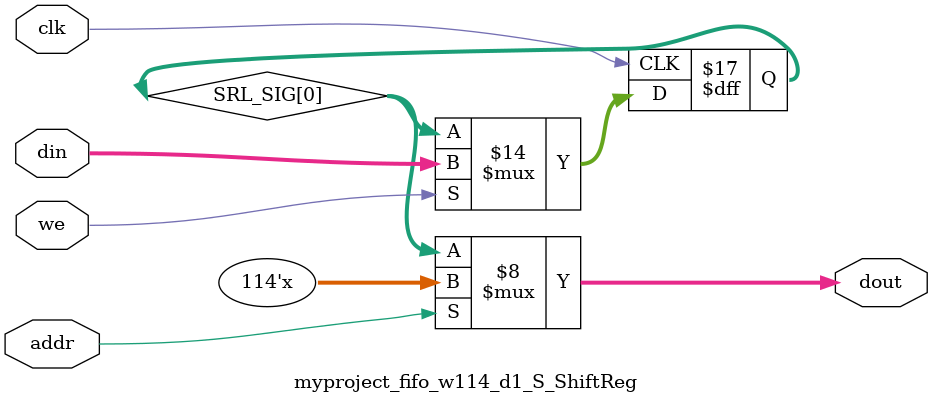
<source format=v>

`timescale 1ns/1ps

module myproject_fifo_w114_d1_S
#(parameter
    MEM_STYLE    = "shiftReg",
    DATA_WIDTH   = 114,
    ADDR_WIDTH   = 1,
    DEPTH        = 1)
(
    // system signal
    input  wire                  clk,
    input  wire                  reset,

    // write
    output wire                  if_full_n,
    input  wire                  if_write_ce,
    input  wire                  if_write,
    input  wire [DATA_WIDTH-1:0] if_din,
    
    // read 
    output wire [ADDR_WIDTH:0]   if_num_data_valid, // for FRP
    output wire [ADDR_WIDTH:0]   if_fifo_cap,       // for FRP

    output wire                  if_empty_n,
    input  wire                  if_read_ce,
    input  wire                  if_read,
    output wire [DATA_WIDTH-1:0] if_dout
);
//------------------------Parameter----------------------
localparam 
    SRL_DEPTH    = DEPTH,
    SRL_AWIDTH   = ADDR_WIDTH;
//------------------------Local signal-------------------
    reg  [SRL_AWIDTH-1:0] addr;
    wire                  push;
    wire                  pop;
    reg  [SRL_AWIDTH:0]   mOutPtr;
    reg                   empty_n = 1'b0;
    reg                   full_n = 1'b1; 

//------------------------Instantiation------------------
    myproject_fifo_w114_d1_S_ShiftReg 
    #(  .DATA_WIDTH (DATA_WIDTH),
        .ADDR_WIDTH (SRL_AWIDTH),
        .DEPTH      (SRL_DEPTH))
    U_myproject_fifo_w114_d1_S_ShiftReg (
        .clk        (clk),
        .we         (push),
        .addr       (addr),
        .din        (if_din),
        .dout       (if_dout)
    );
//------------------------Task and function--------------

//------------------------Body---------------------------
    // num_data_valid 
    assign if_num_data_valid = mOutPtr;
    assign if_fifo_cap       = DEPTH;

    // almost full/empty 

    // program full/empty 

    assign if_full_n  = full_n; 
    assign if_empty_n = empty_n;

    assign push       = full_n & if_write_ce & if_write;
    assign pop        = empty_n & if_read_ce & if_read;

    // addr
    always @(posedge clk) begin
        if (reset)
            addr <= {SRL_AWIDTH{1'b0}};
        else if (push & ~pop && empty_n)
            addr <= addr + 1'b1;
        else if (~push & pop && (mOutPtr != 1))
            addr <= addr - 1'b1;
    end

    // mOutPtr
    always @(posedge clk) begin
        if (reset)
            mOutPtr <= {SRL_AWIDTH+1{1'b0}};
        else if (push & ~pop)
            mOutPtr <= mOutPtr + 1'b1;
        else if (~push & pop)
            mOutPtr <= mOutPtr - 1'b1;
    end

    // full_n
    always @(posedge clk) begin
        if (reset)
            full_n <= 1'b1;
        else if ((push & ~pop) && (mOutPtr == DEPTH - 1))
            full_n <= 1'b0;
        else if (~push & pop)
            full_n <= 1'b1;
    end

    // empty_n
    always @(posedge clk) begin
        if (reset)
            empty_n <= 1'b0;
        else if (push & ~pop)
            empty_n <= 1'b1;
        else if ((~push & pop) && (mOutPtr == 1))
            empty_n <= 1'b0;
    end

    // almost_full_n 

    // almost_empty_n 

    // prog_full_n 
 
    // prog_empty_n 

endmodule  


module myproject_fifo_w114_d1_S_ShiftReg
#(parameter
    DATA_WIDTH  = 114,
    ADDR_WIDTH  = 1,
    DEPTH       = 1)
(
    input  wire                  clk,
    input  wire                  we,
    input  wire [ADDR_WIDTH-1:0] addr,
    input  wire [DATA_WIDTH-1:0] din,
    output wire [DATA_WIDTH-1:0] dout
);

    reg [DATA_WIDTH-1:0] SRL_SIG [0:DEPTH-1];
    integer i;

    always @(posedge clk) begin
        if (we) begin
            for (i=0; i<DEPTH-1; i=i+1)
                SRL_SIG[i+1] <= SRL_SIG[i];
            SRL_SIG[0] <= din;
        end
    end

    assign dout = SRL_SIG[addr];

endmodule
</source>
